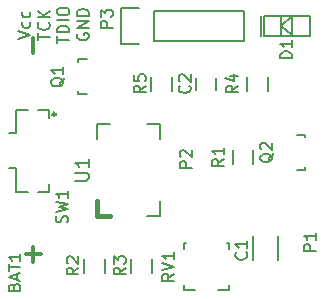
<source format=gto>
G04 #@! TF.FileFunction,Legend,Top*
%FSLAX46Y46*%
G04 Gerber Fmt 4.6, Leading zero omitted, Abs format (unit mm)*
G04 Created by KiCad (PCBNEW 4.0.3-stable) date 2016 September 06, Tuesday 12:50:02*
%MOMM*%
%LPD*%
G01*
G04 APERTURE LIST*
%ADD10C,0.100000*%
%ADD11C,0.150000*%
%ADD12C,0.300000*%
%ADD13C,0.250000*%
%ADD14C,0.400000*%
G04 APERTURE END LIST*
D10*
D11*
X101377381Y-77990476D02*
X102377381Y-77657143D01*
X101377381Y-77323809D01*
X102329762Y-76561904D02*
X102377381Y-76657142D01*
X102377381Y-76847619D01*
X102329762Y-76942857D01*
X102282143Y-76990476D01*
X102186905Y-77038095D01*
X101901190Y-77038095D01*
X101805952Y-76990476D01*
X101758333Y-76942857D01*
X101710714Y-76847619D01*
X101710714Y-76657142D01*
X101758333Y-76561904D01*
X102329762Y-75704761D02*
X102377381Y-75799999D01*
X102377381Y-75990476D01*
X102329762Y-76085714D01*
X102282143Y-76133333D01*
X102186905Y-76180952D01*
X101901190Y-76180952D01*
X101805952Y-76133333D01*
X101758333Y-76085714D01*
X101710714Y-75990476D01*
X101710714Y-75799999D01*
X101758333Y-75704761D01*
X103027381Y-78085714D02*
X103027381Y-77514285D01*
X104027381Y-77800000D02*
X103027381Y-77800000D01*
X103932143Y-76609523D02*
X103979762Y-76657142D01*
X104027381Y-76799999D01*
X104027381Y-76895237D01*
X103979762Y-77038095D01*
X103884524Y-77133333D01*
X103789286Y-77180952D01*
X103598810Y-77228571D01*
X103455952Y-77228571D01*
X103265476Y-77180952D01*
X103170238Y-77133333D01*
X103075000Y-77038095D01*
X103027381Y-76895237D01*
X103027381Y-76799999D01*
X103075000Y-76657142D01*
X103122619Y-76609523D01*
X104027381Y-76180952D02*
X103027381Y-76180952D01*
X104027381Y-75609523D02*
X103455952Y-76038095D01*
X103027381Y-75609523D02*
X103598810Y-76180952D01*
X104677381Y-78347619D02*
X104677381Y-77776190D01*
X105677381Y-78061905D02*
X104677381Y-78061905D01*
X105677381Y-77442857D02*
X104677381Y-77442857D01*
X104677381Y-77204762D01*
X104725000Y-77061904D01*
X104820238Y-76966666D01*
X104915476Y-76919047D01*
X105105952Y-76871428D01*
X105248810Y-76871428D01*
X105439286Y-76919047D01*
X105534524Y-76966666D01*
X105629762Y-77061904D01*
X105677381Y-77204762D01*
X105677381Y-77442857D01*
X105677381Y-76442857D02*
X104677381Y-76442857D01*
X104677381Y-75776191D02*
X104677381Y-75585714D01*
X104725000Y-75490476D01*
X104820238Y-75395238D01*
X105010714Y-75347619D01*
X105344048Y-75347619D01*
X105534524Y-75395238D01*
X105629762Y-75490476D01*
X105677381Y-75585714D01*
X105677381Y-75776191D01*
X105629762Y-75871429D01*
X105534524Y-75966667D01*
X105344048Y-76014286D01*
X105010714Y-76014286D01*
X104820238Y-75966667D01*
X104725000Y-75871429D01*
X104677381Y-75776191D01*
X106375000Y-77561904D02*
X106327381Y-77657142D01*
X106327381Y-77799999D01*
X106375000Y-77942857D01*
X106470238Y-78038095D01*
X106565476Y-78085714D01*
X106755952Y-78133333D01*
X106898810Y-78133333D01*
X107089286Y-78085714D01*
X107184524Y-78038095D01*
X107279762Y-77942857D01*
X107327381Y-77799999D01*
X107327381Y-77704761D01*
X107279762Y-77561904D01*
X107232143Y-77514285D01*
X106898810Y-77514285D01*
X106898810Y-77704761D01*
X107327381Y-77085714D02*
X106327381Y-77085714D01*
X107327381Y-76514285D01*
X106327381Y-76514285D01*
X107327381Y-76038095D02*
X106327381Y-76038095D01*
X106327381Y-75800000D01*
X106375000Y-75657142D01*
X106470238Y-75561904D01*
X106565476Y-75514285D01*
X106755952Y-75466666D01*
X106898810Y-75466666D01*
X107089286Y-75514285D01*
X107184524Y-75561904D01*
X107279762Y-75657142D01*
X107327381Y-75800000D01*
X107327381Y-76038095D01*
X124550000Y-77750000D02*
X124550000Y-76050000D01*
X124550000Y-76050000D02*
X123650000Y-76900000D01*
X123650000Y-76900000D02*
X124550000Y-77700000D01*
X123650000Y-77750000D02*
X123650000Y-76050000D01*
X121950000Y-77750000D02*
X121950000Y-76050000D01*
X122150000Y-77750000D02*
X126050000Y-77750000D01*
X126050000Y-77750000D02*
X126050000Y-76050000D01*
X126050000Y-76050000D02*
X122150000Y-76050000D01*
X122150000Y-76050000D02*
X122150000Y-77750000D01*
D12*
X102640000Y-77915000D02*
X102640000Y-79185000D01*
X102640000Y-95615000D02*
X102640000Y-96885000D01*
X102005000Y-96250000D02*
X103275000Y-96250000D01*
D11*
X121275000Y-94700000D02*
X121275000Y-96700000D01*
X123325000Y-96700000D02*
X123325000Y-94700000D01*
X118150000Y-82300000D02*
X118150000Y-81300000D01*
X116450000Y-81300000D02*
X116450000Y-82300000D01*
X112870000Y-78170000D02*
X120490000Y-78170000D01*
X112870000Y-75630000D02*
X120490000Y-75630000D01*
X110050000Y-75350000D02*
X111600000Y-75350000D01*
X120490000Y-78170000D02*
X120490000Y-75630000D01*
X112870000Y-75630000D02*
X112870000Y-78170000D01*
X111600000Y-78450000D02*
X110050000Y-78450000D01*
X110050000Y-78450000D02*
X110050000Y-75350000D01*
X106449760Y-79900840D02*
X106449760Y-79949100D01*
X107150800Y-82699820D02*
X106449760Y-82699820D01*
X106449760Y-82699820D02*
X106449760Y-82450900D01*
X106449760Y-79900840D02*
X106449760Y-79700180D01*
X106449760Y-79700180D02*
X107150800Y-79700180D01*
X125650240Y-88899160D02*
X125650240Y-88850900D01*
X124949200Y-86100180D02*
X125650240Y-86100180D01*
X125650240Y-86100180D02*
X125650240Y-86349100D01*
X125650240Y-88899160D02*
X125650240Y-89099820D01*
X125650240Y-89099820D02*
X124949200Y-89099820D01*
X121275000Y-87400000D02*
X121275000Y-88600000D01*
X119525000Y-88600000D02*
X119525000Y-87400000D01*
X106925000Y-97800000D02*
X106925000Y-96600000D01*
X108675000Y-96600000D02*
X108675000Y-97800000D01*
X110925000Y-97800000D02*
X110925000Y-96600000D01*
X112675000Y-96600000D02*
X112675000Y-97800000D01*
X122475000Y-81200000D02*
X122475000Y-82400000D01*
X120725000Y-82400000D02*
X120725000Y-81200000D01*
X112625000Y-82400000D02*
X112625000Y-81200000D01*
X114375000Y-81200000D02*
X114375000Y-82400000D01*
X119200000Y-95300000D02*
X119000000Y-95300000D01*
X119200000Y-95300000D02*
X119200000Y-95800000D01*
X115400000Y-95800000D02*
X115400000Y-95300000D01*
X115400000Y-95300000D02*
X115600000Y-95300000D01*
X116300000Y-99300000D02*
X115400000Y-99300000D01*
X115400000Y-99300000D02*
X115400000Y-98800000D01*
X118300000Y-99300000D02*
X119200000Y-99300000D01*
X119200000Y-99300000D02*
X119200000Y-98800000D01*
X100600000Y-86000000D02*
X101200000Y-86000000D01*
X101200000Y-86000000D02*
X101200000Y-85000000D01*
X101200000Y-88900000D02*
X101200000Y-90000000D01*
X101200000Y-88900000D02*
X100600000Y-88900000D01*
D13*
X104541421Y-84400000D02*
G75*
G03X104541421Y-84400000I-141421J0D01*
G01*
D11*
X102200000Y-91000000D02*
X101200000Y-91000000D01*
X101200000Y-91000000D02*
X101200000Y-90000000D01*
X104000000Y-90300000D02*
X104000000Y-91000000D01*
X104000000Y-91000000D02*
X103000000Y-91000000D01*
X103000000Y-84000000D02*
X104000000Y-84000000D01*
X104000000Y-84000000D02*
X104000000Y-84700000D01*
X101200000Y-84000000D02*
X102200000Y-84000000D01*
X101200000Y-84000000D02*
X101200000Y-85000000D01*
D14*
X109100000Y-93000000D02*
X108000000Y-93000000D01*
X108000000Y-93000000D02*
X108000000Y-91700000D01*
D11*
X113400000Y-91700000D02*
X113400000Y-93000000D01*
X113400000Y-93000000D02*
X112300000Y-93000000D01*
X112300000Y-85200000D02*
X113400000Y-85200000D01*
X113400000Y-85200000D02*
X113400000Y-86500000D01*
X108000000Y-86500000D02*
X108000000Y-85300000D01*
X108000000Y-85300000D02*
X108000000Y-85200000D01*
X108000000Y-85200000D02*
X109100000Y-85200000D01*
X124552381Y-79638095D02*
X123552381Y-79638095D01*
X123552381Y-79400000D01*
X123600000Y-79257142D01*
X123695238Y-79161904D01*
X123790476Y-79114285D01*
X123980952Y-79066666D01*
X124123810Y-79066666D01*
X124314286Y-79114285D01*
X124409524Y-79161904D01*
X124504762Y-79257142D01*
X124552381Y-79400000D01*
X124552381Y-79638095D01*
X124552381Y-78114285D02*
X124552381Y-78685714D01*
X124552381Y-78400000D02*
X123552381Y-78400000D01*
X123695238Y-78495238D01*
X123790476Y-78590476D01*
X123838095Y-78685714D01*
X101027471Y-99010685D02*
X101075090Y-98867828D01*
X101122710Y-98820209D01*
X101217948Y-98772590D01*
X101360805Y-98772590D01*
X101456043Y-98820209D01*
X101503662Y-98867828D01*
X101551281Y-98963066D01*
X101551281Y-99344019D01*
X100551281Y-99344019D01*
X100551281Y-99010685D01*
X100598900Y-98915447D01*
X100646519Y-98867828D01*
X100741757Y-98820209D01*
X100836995Y-98820209D01*
X100932233Y-98867828D01*
X100979852Y-98915447D01*
X101027471Y-99010685D01*
X101027471Y-99344019D01*
X101265567Y-98391638D02*
X101265567Y-97915447D01*
X101551281Y-98486876D02*
X100551281Y-98153543D01*
X101551281Y-97820209D01*
X100551281Y-97629733D02*
X100551281Y-97058304D01*
X101551281Y-97344019D02*
X100551281Y-97344019D01*
X101551281Y-96201161D02*
X101551281Y-96772590D01*
X101551281Y-96486876D02*
X100551281Y-96486876D01*
X100694138Y-96582114D01*
X100789376Y-96677352D01*
X100836995Y-96772590D01*
X120657143Y-96066666D02*
X120704762Y-96114285D01*
X120752381Y-96257142D01*
X120752381Y-96352380D01*
X120704762Y-96495238D01*
X120609524Y-96590476D01*
X120514286Y-96638095D01*
X120323810Y-96685714D01*
X120180952Y-96685714D01*
X119990476Y-96638095D01*
X119895238Y-96590476D01*
X119800000Y-96495238D01*
X119752381Y-96352380D01*
X119752381Y-96257142D01*
X119800000Y-96114285D01*
X119847619Y-96066666D01*
X120752381Y-95114285D02*
X120752381Y-95685714D01*
X120752381Y-95400000D02*
X119752381Y-95400000D01*
X119895238Y-95495238D01*
X119990476Y-95590476D01*
X120038095Y-95685714D01*
X115857143Y-81966666D02*
X115904762Y-82014285D01*
X115952381Y-82157142D01*
X115952381Y-82252380D01*
X115904762Y-82395238D01*
X115809524Y-82490476D01*
X115714286Y-82538095D01*
X115523810Y-82585714D01*
X115380952Y-82585714D01*
X115190476Y-82538095D01*
X115095238Y-82490476D01*
X115000000Y-82395238D01*
X114952381Y-82252380D01*
X114952381Y-82157142D01*
X115000000Y-82014285D01*
X115047619Y-81966666D01*
X115047619Y-81585714D02*
X115000000Y-81538095D01*
X114952381Y-81442857D01*
X114952381Y-81204761D01*
X115000000Y-81109523D01*
X115047619Y-81061904D01*
X115142857Y-81014285D01*
X115238095Y-81014285D01*
X115380952Y-81061904D01*
X115952381Y-81633333D01*
X115952381Y-81014285D01*
X126552381Y-95938095D02*
X125552381Y-95938095D01*
X125552381Y-95557142D01*
X125600000Y-95461904D01*
X125647619Y-95414285D01*
X125742857Y-95366666D01*
X125885714Y-95366666D01*
X125980952Y-95414285D01*
X126028571Y-95461904D01*
X126076190Y-95557142D01*
X126076190Y-95938095D01*
X126552381Y-94414285D02*
X126552381Y-94985714D01*
X126552381Y-94700000D02*
X125552381Y-94700000D01*
X125695238Y-94795238D01*
X125790476Y-94890476D01*
X125838095Y-94985714D01*
X109352381Y-77038095D02*
X108352381Y-77038095D01*
X108352381Y-76657142D01*
X108400000Y-76561904D01*
X108447619Y-76514285D01*
X108542857Y-76466666D01*
X108685714Y-76466666D01*
X108780952Y-76514285D01*
X108828571Y-76561904D01*
X108876190Y-76657142D01*
X108876190Y-77038095D01*
X108352381Y-76133333D02*
X108352381Y-75514285D01*
X108733333Y-75847619D01*
X108733333Y-75704761D01*
X108780952Y-75609523D01*
X108828571Y-75561904D01*
X108923810Y-75514285D01*
X109161905Y-75514285D01*
X109257143Y-75561904D01*
X109304762Y-75609523D01*
X109352381Y-75704761D01*
X109352381Y-75990476D01*
X109304762Y-76085714D01*
X109257143Y-76133333D01*
X105247619Y-81295238D02*
X105200000Y-81390476D01*
X105104762Y-81485714D01*
X104961905Y-81628571D01*
X104914286Y-81723810D01*
X104914286Y-81819048D01*
X105152381Y-81771429D02*
X105104762Y-81866667D01*
X105009524Y-81961905D01*
X104819048Y-82009524D01*
X104485714Y-82009524D01*
X104295238Y-81961905D01*
X104200000Y-81866667D01*
X104152381Y-81771429D01*
X104152381Y-81580952D01*
X104200000Y-81485714D01*
X104295238Y-81390476D01*
X104485714Y-81342857D01*
X104819048Y-81342857D01*
X105009524Y-81390476D01*
X105104762Y-81485714D01*
X105152381Y-81580952D01*
X105152381Y-81771429D01*
X105152381Y-80390476D02*
X105152381Y-80961905D01*
X105152381Y-80676191D02*
X104152381Y-80676191D01*
X104295238Y-80771429D01*
X104390476Y-80866667D01*
X104438095Y-80961905D01*
X122947619Y-87695238D02*
X122900000Y-87790476D01*
X122804762Y-87885714D01*
X122661905Y-88028571D01*
X122614286Y-88123810D01*
X122614286Y-88219048D01*
X122852381Y-88171429D02*
X122804762Y-88266667D01*
X122709524Y-88361905D01*
X122519048Y-88409524D01*
X122185714Y-88409524D01*
X121995238Y-88361905D01*
X121900000Y-88266667D01*
X121852381Y-88171429D01*
X121852381Y-87980952D01*
X121900000Y-87885714D01*
X121995238Y-87790476D01*
X122185714Y-87742857D01*
X122519048Y-87742857D01*
X122709524Y-87790476D01*
X122804762Y-87885714D01*
X122852381Y-87980952D01*
X122852381Y-88171429D01*
X121947619Y-87361905D02*
X121900000Y-87314286D01*
X121852381Y-87219048D01*
X121852381Y-86980952D01*
X121900000Y-86885714D01*
X121947619Y-86838095D01*
X122042857Y-86790476D01*
X122138095Y-86790476D01*
X122280952Y-86838095D01*
X122852381Y-87409524D01*
X122852381Y-86790476D01*
X118752381Y-88166666D02*
X118276190Y-88500000D01*
X118752381Y-88738095D02*
X117752381Y-88738095D01*
X117752381Y-88357142D01*
X117800000Y-88261904D01*
X117847619Y-88214285D01*
X117942857Y-88166666D01*
X118085714Y-88166666D01*
X118180952Y-88214285D01*
X118228571Y-88261904D01*
X118276190Y-88357142D01*
X118276190Y-88738095D01*
X118752381Y-87214285D02*
X118752381Y-87785714D01*
X118752381Y-87500000D02*
X117752381Y-87500000D01*
X117895238Y-87595238D01*
X117990476Y-87690476D01*
X118038095Y-87785714D01*
X106452381Y-97366666D02*
X105976190Y-97700000D01*
X106452381Y-97938095D02*
X105452381Y-97938095D01*
X105452381Y-97557142D01*
X105500000Y-97461904D01*
X105547619Y-97414285D01*
X105642857Y-97366666D01*
X105785714Y-97366666D01*
X105880952Y-97414285D01*
X105928571Y-97461904D01*
X105976190Y-97557142D01*
X105976190Y-97938095D01*
X105547619Y-96985714D02*
X105500000Y-96938095D01*
X105452381Y-96842857D01*
X105452381Y-96604761D01*
X105500000Y-96509523D01*
X105547619Y-96461904D01*
X105642857Y-96414285D01*
X105738095Y-96414285D01*
X105880952Y-96461904D01*
X106452381Y-97033333D01*
X106452381Y-96414285D01*
X110452381Y-97366666D02*
X109976190Y-97700000D01*
X110452381Y-97938095D02*
X109452381Y-97938095D01*
X109452381Y-97557142D01*
X109500000Y-97461904D01*
X109547619Y-97414285D01*
X109642857Y-97366666D01*
X109785714Y-97366666D01*
X109880952Y-97414285D01*
X109928571Y-97461904D01*
X109976190Y-97557142D01*
X109976190Y-97938095D01*
X109452381Y-97033333D02*
X109452381Y-96414285D01*
X109833333Y-96747619D01*
X109833333Y-96604761D01*
X109880952Y-96509523D01*
X109928571Y-96461904D01*
X110023810Y-96414285D01*
X110261905Y-96414285D01*
X110357143Y-96461904D01*
X110404762Y-96509523D01*
X110452381Y-96604761D01*
X110452381Y-96890476D01*
X110404762Y-96985714D01*
X110357143Y-97033333D01*
X119952381Y-81966666D02*
X119476190Y-82300000D01*
X119952381Y-82538095D02*
X118952381Y-82538095D01*
X118952381Y-82157142D01*
X119000000Y-82061904D01*
X119047619Y-82014285D01*
X119142857Y-81966666D01*
X119285714Y-81966666D01*
X119380952Y-82014285D01*
X119428571Y-82061904D01*
X119476190Y-82157142D01*
X119476190Y-82538095D01*
X119285714Y-81109523D02*
X119952381Y-81109523D01*
X118904762Y-81347619D02*
X119619048Y-81585714D01*
X119619048Y-80966666D01*
X112152381Y-81966666D02*
X111676190Y-82300000D01*
X112152381Y-82538095D02*
X111152381Y-82538095D01*
X111152381Y-82157142D01*
X111200000Y-82061904D01*
X111247619Y-82014285D01*
X111342857Y-81966666D01*
X111485714Y-81966666D01*
X111580952Y-82014285D01*
X111628571Y-82061904D01*
X111676190Y-82157142D01*
X111676190Y-82538095D01*
X111152381Y-81061904D02*
X111152381Y-81538095D01*
X111628571Y-81585714D01*
X111580952Y-81538095D01*
X111533333Y-81442857D01*
X111533333Y-81204761D01*
X111580952Y-81109523D01*
X111628571Y-81061904D01*
X111723810Y-81014285D01*
X111961905Y-81014285D01*
X112057143Y-81061904D01*
X112104762Y-81109523D01*
X112152381Y-81204761D01*
X112152381Y-81442857D01*
X112104762Y-81538095D01*
X112057143Y-81585714D01*
X114552381Y-97895238D02*
X114076190Y-98228572D01*
X114552381Y-98466667D02*
X113552381Y-98466667D01*
X113552381Y-98085714D01*
X113600000Y-97990476D01*
X113647619Y-97942857D01*
X113742857Y-97895238D01*
X113885714Y-97895238D01*
X113980952Y-97942857D01*
X114028571Y-97990476D01*
X114076190Y-98085714D01*
X114076190Y-98466667D01*
X113552381Y-97609524D02*
X114552381Y-97276191D01*
X113552381Y-96942857D01*
X114552381Y-96085714D02*
X114552381Y-96657143D01*
X114552381Y-96371429D02*
X113552381Y-96371429D01*
X113695238Y-96466667D01*
X113790476Y-96561905D01*
X113838095Y-96657143D01*
X105504762Y-93533333D02*
X105552381Y-93390476D01*
X105552381Y-93152380D01*
X105504762Y-93057142D01*
X105457143Y-93009523D01*
X105361905Y-92961904D01*
X105266667Y-92961904D01*
X105171429Y-93009523D01*
X105123810Y-93057142D01*
X105076190Y-93152380D01*
X105028571Y-93342857D01*
X104980952Y-93438095D01*
X104933333Y-93485714D01*
X104838095Y-93533333D01*
X104742857Y-93533333D01*
X104647619Y-93485714D01*
X104600000Y-93438095D01*
X104552381Y-93342857D01*
X104552381Y-93104761D01*
X104600000Y-92961904D01*
X104552381Y-92628571D02*
X105552381Y-92390476D01*
X104838095Y-92199999D01*
X105552381Y-92009523D01*
X104552381Y-91771428D01*
X105552381Y-90866666D02*
X105552381Y-91438095D01*
X105552381Y-91152381D02*
X104552381Y-91152381D01*
X104695238Y-91247619D01*
X104790476Y-91342857D01*
X104838095Y-91438095D01*
X106137857Y-90014286D02*
X107109286Y-90014286D01*
X107223571Y-89957143D01*
X107280714Y-89900000D01*
X107337857Y-89785714D01*
X107337857Y-89557143D01*
X107280714Y-89442857D01*
X107223571Y-89385714D01*
X107109286Y-89328571D01*
X106137857Y-89328571D01*
X107337857Y-88128571D02*
X107337857Y-88814286D01*
X107337857Y-88471428D02*
X106137857Y-88471428D01*
X106309286Y-88585714D01*
X106423571Y-88700000D01*
X106480714Y-88814286D01*
X116052381Y-88938095D02*
X115052381Y-88938095D01*
X115052381Y-88557142D01*
X115100000Y-88461904D01*
X115147619Y-88414285D01*
X115242857Y-88366666D01*
X115385714Y-88366666D01*
X115480952Y-88414285D01*
X115528571Y-88461904D01*
X115576190Y-88557142D01*
X115576190Y-88938095D01*
X115147619Y-87985714D02*
X115100000Y-87938095D01*
X115052381Y-87842857D01*
X115052381Y-87604761D01*
X115100000Y-87509523D01*
X115147619Y-87461904D01*
X115242857Y-87414285D01*
X115338095Y-87414285D01*
X115480952Y-87461904D01*
X116052381Y-88033333D01*
X116052381Y-87414285D01*
M02*

</source>
